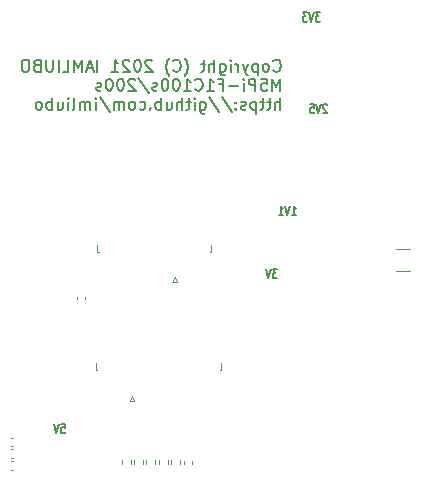
<source format=gbr>
%TF.GenerationSoftware,KiCad,Pcbnew,5.99.0-unknown-b10f156dd0~130~ubuntu20.04.1*%
%TF.CreationDate,2021-06-23T21:39:51+08:00*%
%TF.ProjectId,M5Pi,4d355069-2e6b-4696-9361-645f70636258,3.0*%
%TF.SameCoordinates,Original*%
%TF.FileFunction,Legend,Bot*%
%TF.FilePolarity,Positive*%
%FSLAX46Y46*%
G04 Gerber Fmt 4.6, Leading zero omitted, Abs format (unit mm)*
G04 Created by KiCad (PCBNEW 5.99.0-unknown-b10f156dd0~130~ubuntu20.04.1) date 2021-06-23 21:39:51*
%MOMM*%
%LPD*%
G01*
G04 APERTURE LIST*
%ADD10C,0.150000*%
%ADD11C,0.120000*%
G04 APERTURE END LIST*
D10*
X145921428Y-85911904D02*
X146264285Y-85911904D01*
X146092857Y-85911904D02*
X146092857Y-85111904D01*
X146150000Y-85226190D01*
X146207142Y-85302380D01*
X146264285Y-85340476D01*
X145750000Y-85111904D02*
X145550000Y-85911904D01*
X145350000Y-85111904D01*
X144835714Y-85911904D02*
X145178571Y-85911904D01*
X145007142Y-85911904D02*
X145007142Y-85111904D01*
X145064285Y-85226190D01*
X145121428Y-85302380D01*
X145178571Y-85340476D01*
X126414285Y-103561904D02*
X126700000Y-103561904D01*
X126728571Y-103942857D01*
X126700000Y-103904761D01*
X126642857Y-103866666D01*
X126500000Y-103866666D01*
X126442857Y-103904761D01*
X126414285Y-103942857D01*
X126385714Y-104019047D01*
X126385714Y-104209523D01*
X126414285Y-104285714D01*
X126442857Y-104323809D01*
X126500000Y-104361904D01*
X126642857Y-104361904D01*
X126700000Y-104323809D01*
X126728571Y-104285714D01*
X126214285Y-103561904D02*
X126014285Y-104361904D01*
X125814285Y-103561904D01*
X144707142Y-90461904D02*
X144335714Y-90461904D01*
X144535714Y-90766666D01*
X144450000Y-90766666D01*
X144392857Y-90804761D01*
X144364285Y-90842857D01*
X144335714Y-90919047D01*
X144335714Y-91109523D01*
X144364285Y-91185714D01*
X144392857Y-91223809D01*
X144450000Y-91261904D01*
X144621428Y-91261904D01*
X144678571Y-91223809D01*
X144707142Y-91185714D01*
X144164285Y-90461904D02*
X143964285Y-91261904D01*
X143764285Y-90461904D01*
X148342857Y-68711904D02*
X147971428Y-68711904D01*
X148171428Y-69016666D01*
X148085714Y-69016666D01*
X148028571Y-69054761D01*
X148000000Y-69092857D01*
X147971428Y-69169047D01*
X147971428Y-69359523D01*
X148000000Y-69435714D01*
X148028571Y-69473809D01*
X148085714Y-69511904D01*
X148257142Y-69511904D01*
X148314285Y-69473809D01*
X148342857Y-69435714D01*
X147800000Y-68711904D02*
X147600000Y-69511904D01*
X147400000Y-68711904D01*
X147257142Y-68711904D02*
X146885714Y-68711904D01*
X147085714Y-69016666D01*
X147000000Y-69016666D01*
X146942857Y-69054761D01*
X146914285Y-69092857D01*
X146885714Y-69169047D01*
X146885714Y-69359523D01*
X146914285Y-69435714D01*
X146942857Y-69473809D01*
X147000000Y-69511904D01*
X147171428Y-69511904D01*
X147228571Y-69473809D01*
X147257142Y-69435714D01*
X144392976Y-73647142D02*
X144440595Y-73694761D01*
X144583452Y-73742380D01*
X144678690Y-73742380D01*
X144821547Y-73694761D01*
X144916785Y-73599523D01*
X144964404Y-73504285D01*
X145012023Y-73313809D01*
X145012023Y-73170952D01*
X144964404Y-72980476D01*
X144916785Y-72885238D01*
X144821547Y-72790000D01*
X144678690Y-72742380D01*
X144583452Y-72742380D01*
X144440595Y-72790000D01*
X144392976Y-72837619D01*
X143821547Y-73742380D02*
X143916785Y-73694761D01*
X143964404Y-73647142D01*
X144012023Y-73551904D01*
X144012023Y-73266190D01*
X143964404Y-73170952D01*
X143916785Y-73123333D01*
X143821547Y-73075714D01*
X143678690Y-73075714D01*
X143583452Y-73123333D01*
X143535833Y-73170952D01*
X143488214Y-73266190D01*
X143488214Y-73551904D01*
X143535833Y-73647142D01*
X143583452Y-73694761D01*
X143678690Y-73742380D01*
X143821547Y-73742380D01*
X143059642Y-73075714D02*
X143059642Y-74075714D01*
X143059642Y-73123333D02*
X142964404Y-73075714D01*
X142773928Y-73075714D01*
X142678690Y-73123333D01*
X142631071Y-73170952D01*
X142583452Y-73266190D01*
X142583452Y-73551904D01*
X142631071Y-73647142D01*
X142678690Y-73694761D01*
X142773928Y-73742380D01*
X142964404Y-73742380D01*
X143059642Y-73694761D01*
X142250119Y-73075714D02*
X142012023Y-73742380D01*
X141773928Y-73075714D02*
X142012023Y-73742380D01*
X142107261Y-73980476D01*
X142154880Y-74028095D01*
X142250119Y-74075714D01*
X141392976Y-73742380D02*
X141392976Y-73075714D01*
X141392976Y-73266190D02*
X141345357Y-73170952D01*
X141297738Y-73123333D01*
X141202500Y-73075714D01*
X141107261Y-73075714D01*
X140773928Y-73742380D02*
X140773928Y-73075714D01*
X140773928Y-72742380D02*
X140821547Y-72790000D01*
X140773928Y-72837619D01*
X140726309Y-72790000D01*
X140773928Y-72742380D01*
X140773928Y-72837619D01*
X139869166Y-73075714D02*
X139869166Y-73885238D01*
X139916785Y-73980476D01*
X139964404Y-74028095D01*
X140059642Y-74075714D01*
X140202500Y-74075714D01*
X140297738Y-74028095D01*
X139869166Y-73694761D02*
X139964404Y-73742380D01*
X140154880Y-73742380D01*
X140250119Y-73694761D01*
X140297738Y-73647142D01*
X140345357Y-73551904D01*
X140345357Y-73266190D01*
X140297738Y-73170952D01*
X140250119Y-73123333D01*
X140154880Y-73075714D01*
X139964404Y-73075714D01*
X139869166Y-73123333D01*
X139392976Y-73742380D02*
X139392976Y-72742380D01*
X138964404Y-73742380D02*
X138964404Y-73218571D01*
X139012023Y-73123333D01*
X139107261Y-73075714D01*
X139250119Y-73075714D01*
X139345357Y-73123333D01*
X139392976Y-73170952D01*
X138631071Y-73075714D02*
X138250119Y-73075714D01*
X138488214Y-72742380D02*
X138488214Y-73599523D01*
X138440595Y-73694761D01*
X138345357Y-73742380D01*
X138250119Y-73742380D01*
X136869166Y-74123333D02*
X136916785Y-74075714D01*
X137012023Y-73932857D01*
X137059642Y-73837619D01*
X137107261Y-73694761D01*
X137154880Y-73456666D01*
X137154880Y-73266190D01*
X137107261Y-73028095D01*
X137059642Y-72885238D01*
X137012023Y-72790000D01*
X136916785Y-72647142D01*
X136869166Y-72599523D01*
X135916785Y-73647142D02*
X135964404Y-73694761D01*
X136107261Y-73742380D01*
X136202500Y-73742380D01*
X136345357Y-73694761D01*
X136440595Y-73599523D01*
X136488214Y-73504285D01*
X136535833Y-73313809D01*
X136535833Y-73170952D01*
X136488214Y-72980476D01*
X136440595Y-72885238D01*
X136345357Y-72790000D01*
X136202500Y-72742380D01*
X136107261Y-72742380D01*
X135964404Y-72790000D01*
X135916785Y-72837619D01*
X135583452Y-74123333D02*
X135535833Y-74075714D01*
X135440595Y-73932857D01*
X135392976Y-73837619D01*
X135345357Y-73694761D01*
X135297738Y-73456666D01*
X135297738Y-73266190D01*
X135345357Y-73028095D01*
X135392976Y-72885238D01*
X135440595Y-72790000D01*
X135535833Y-72647142D01*
X135583452Y-72599523D01*
X134107261Y-72837619D02*
X134059642Y-72790000D01*
X133964404Y-72742380D01*
X133726309Y-72742380D01*
X133631071Y-72790000D01*
X133583452Y-72837619D01*
X133535833Y-72932857D01*
X133535833Y-73028095D01*
X133583452Y-73170952D01*
X134154880Y-73742380D01*
X133535833Y-73742380D01*
X132916785Y-72742380D02*
X132821547Y-72742380D01*
X132726309Y-72790000D01*
X132678690Y-72837619D01*
X132631071Y-72932857D01*
X132583452Y-73123333D01*
X132583452Y-73361428D01*
X132631071Y-73551904D01*
X132678690Y-73647142D01*
X132726309Y-73694761D01*
X132821547Y-73742380D01*
X132916785Y-73742380D01*
X133012023Y-73694761D01*
X133059642Y-73647142D01*
X133107261Y-73551904D01*
X133154880Y-73361428D01*
X133154880Y-73123333D01*
X133107261Y-72932857D01*
X133059642Y-72837619D01*
X133012023Y-72790000D01*
X132916785Y-72742380D01*
X132202500Y-72837619D02*
X132154880Y-72790000D01*
X132059642Y-72742380D01*
X131821547Y-72742380D01*
X131726309Y-72790000D01*
X131678690Y-72837619D01*
X131631071Y-72932857D01*
X131631071Y-73028095D01*
X131678690Y-73170952D01*
X132250119Y-73742380D01*
X131631071Y-73742380D01*
X130678690Y-73742380D02*
X131250119Y-73742380D01*
X130964404Y-73742380D02*
X130964404Y-72742380D01*
X131059642Y-72885238D01*
X131154880Y-72980476D01*
X131250119Y-73028095D01*
X129488214Y-73742380D02*
X129488214Y-72742380D01*
X129059642Y-73456666D02*
X128583452Y-73456666D01*
X129154880Y-73742380D02*
X128821547Y-72742380D01*
X128488214Y-73742380D01*
X128154880Y-73742380D02*
X128154880Y-72742380D01*
X127821547Y-73456666D01*
X127488214Y-72742380D01*
X127488214Y-73742380D01*
X126535833Y-73742380D02*
X127012023Y-73742380D01*
X127012023Y-72742380D01*
X126202500Y-73742380D02*
X126202500Y-72742380D01*
X125726309Y-72742380D02*
X125726309Y-73551904D01*
X125678690Y-73647142D01*
X125631071Y-73694761D01*
X125535833Y-73742380D01*
X125345357Y-73742380D01*
X125250119Y-73694761D01*
X125202500Y-73647142D01*
X125154880Y-73551904D01*
X125154880Y-72742380D01*
X124345357Y-73218571D02*
X124202500Y-73266190D01*
X124154880Y-73313809D01*
X124107261Y-73409047D01*
X124107261Y-73551904D01*
X124154880Y-73647142D01*
X124202500Y-73694761D01*
X124297738Y-73742380D01*
X124678690Y-73742380D01*
X124678690Y-72742380D01*
X124345357Y-72742380D01*
X124250119Y-72790000D01*
X124202500Y-72837619D01*
X124154880Y-72932857D01*
X124154880Y-73028095D01*
X124202500Y-73123333D01*
X124250119Y-73170952D01*
X124345357Y-73218571D01*
X124678690Y-73218571D01*
X123488214Y-72742380D02*
X123297738Y-72742380D01*
X123202500Y-72790000D01*
X123107261Y-72885238D01*
X123059642Y-73075714D01*
X123059642Y-73409047D01*
X123107261Y-73599523D01*
X123202500Y-73694761D01*
X123297738Y-73742380D01*
X123488214Y-73742380D01*
X123583452Y-73694761D01*
X123678690Y-73599523D01*
X123726309Y-73409047D01*
X123726309Y-73075714D01*
X123678690Y-72885238D01*
X123583452Y-72790000D01*
X123488214Y-72742380D01*
X144964404Y-75352380D02*
X144964404Y-74352380D01*
X144631071Y-75066666D01*
X144297738Y-74352380D01*
X144297738Y-75352380D01*
X143345357Y-74352380D02*
X143821547Y-74352380D01*
X143869166Y-74828571D01*
X143821547Y-74780952D01*
X143726309Y-74733333D01*
X143488214Y-74733333D01*
X143392976Y-74780952D01*
X143345357Y-74828571D01*
X143297738Y-74923809D01*
X143297738Y-75161904D01*
X143345357Y-75257142D01*
X143392976Y-75304761D01*
X143488214Y-75352380D01*
X143726309Y-75352380D01*
X143821547Y-75304761D01*
X143869166Y-75257142D01*
X142869166Y-75352380D02*
X142869166Y-74352380D01*
X142488214Y-74352380D01*
X142392976Y-74400000D01*
X142345357Y-74447619D01*
X142297738Y-74542857D01*
X142297738Y-74685714D01*
X142345357Y-74780952D01*
X142392976Y-74828571D01*
X142488214Y-74876190D01*
X142869166Y-74876190D01*
X141869166Y-75352380D02*
X141869166Y-74685714D01*
X141869166Y-74352380D02*
X141916785Y-74400000D01*
X141869166Y-74447619D01*
X141821547Y-74400000D01*
X141869166Y-74352380D01*
X141869166Y-74447619D01*
X141392976Y-74971428D02*
X140631071Y-74971428D01*
X139821547Y-74828571D02*
X140154880Y-74828571D01*
X140154880Y-75352380D02*
X140154880Y-74352380D01*
X139678690Y-74352380D01*
X138773928Y-75352380D02*
X139345357Y-75352380D01*
X139059642Y-75352380D02*
X139059642Y-74352380D01*
X139154880Y-74495238D01*
X139250119Y-74590476D01*
X139345357Y-74638095D01*
X137773928Y-75257142D02*
X137821547Y-75304761D01*
X137964404Y-75352380D01*
X138059642Y-75352380D01*
X138202500Y-75304761D01*
X138297738Y-75209523D01*
X138345357Y-75114285D01*
X138392976Y-74923809D01*
X138392976Y-74780952D01*
X138345357Y-74590476D01*
X138297738Y-74495238D01*
X138202500Y-74400000D01*
X138059642Y-74352380D01*
X137964404Y-74352380D01*
X137821547Y-74400000D01*
X137773928Y-74447619D01*
X136821547Y-75352380D02*
X137392976Y-75352380D01*
X137107261Y-75352380D02*
X137107261Y-74352380D01*
X137202500Y-74495238D01*
X137297738Y-74590476D01*
X137392976Y-74638095D01*
X136202500Y-74352380D02*
X136107261Y-74352380D01*
X136012023Y-74400000D01*
X135964404Y-74447619D01*
X135916785Y-74542857D01*
X135869166Y-74733333D01*
X135869166Y-74971428D01*
X135916785Y-75161904D01*
X135964404Y-75257142D01*
X136012023Y-75304761D01*
X136107261Y-75352380D01*
X136202500Y-75352380D01*
X136297738Y-75304761D01*
X136345357Y-75257142D01*
X136392976Y-75161904D01*
X136440595Y-74971428D01*
X136440595Y-74733333D01*
X136392976Y-74542857D01*
X136345357Y-74447619D01*
X136297738Y-74400000D01*
X136202500Y-74352380D01*
X135250119Y-74352380D02*
X135154880Y-74352380D01*
X135059642Y-74400000D01*
X135012023Y-74447619D01*
X134964404Y-74542857D01*
X134916785Y-74733333D01*
X134916785Y-74971428D01*
X134964404Y-75161904D01*
X135012023Y-75257142D01*
X135059642Y-75304761D01*
X135154880Y-75352380D01*
X135250119Y-75352380D01*
X135345357Y-75304761D01*
X135392976Y-75257142D01*
X135440595Y-75161904D01*
X135488214Y-74971428D01*
X135488214Y-74733333D01*
X135440595Y-74542857D01*
X135392976Y-74447619D01*
X135345357Y-74400000D01*
X135250119Y-74352380D01*
X134535833Y-75304761D02*
X134440595Y-75352380D01*
X134250119Y-75352380D01*
X134154880Y-75304761D01*
X134107261Y-75209523D01*
X134107261Y-75161904D01*
X134154880Y-75066666D01*
X134250119Y-75019047D01*
X134392976Y-75019047D01*
X134488214Y-74971428D01*
X134535833Y-74876190D01*
X134535833Y-74828571D01*
X134488214Y-74733333D01*
X134392976Y-74685714D01*
X134250119Y-74685714D01*
X134154880Y-74733333D01*
X132964404Y-74304761D02*
X133821547Y-75590476D01*
X132678690Y-74447619D02*
X132631071Y-74400000D01*
X132535833Y-74352380D01*
X132297738Y-74352380D01*
X132202500Y-74400000D01*
X132154880Y-74447619D01*
X132107261Y-74542857D01*
X132107261Y-74638095D01*
X132154880Y-74780952D01*
X132726309Y-75352380D01*
X132107261Y-75352380D01*
X131488214Y-74352380D02*
X131392976Y-74352380D01*
X131297738Y-74400000D01*
X131250119Y-74447619D01*
X131202500Y-74542857D01*
X131154880Y-74733333D01*
X131154880Y-74971428D01*
X131202500Y-75161904D01*
X131250119Y-75257142D01*
X131297738Y-75304761D01*
X131392976Y-75352380D01*
X131488214Y-75352380D01*
X131583452Y-75304761D01*
X131631071Y-75257142D01*
X131678690Y-75161904D01*
X131726309Y-74971428D01*
X131726309Y-74733333D01*
X131678690Y-74542857D01*
X131631071Y-74447619D01*
X131583452Y-74400000D01*
X131488214Y-74352380D01*
X130535833Y-74352380D02*
X130440595Y-74352380D01*
X130345357Y-74400000D01*
X130297738Y-74447619D01*
X130250119Y-74542857D01*
X130202500Y-74733333D01*
X130202500Y-74971428D01*
X130250119Y-75161904D01*
X130297738Y-75257142D01*
X130345357Y-75304761D01*
X130440595Y-75352380D01*
X130535833Y-75352380D01*
X130631071Y-75304761D01*
X130678690Y-75257142D01*
X130726309Y-75161904D01*
X130773928Y-74971428D01*
X130773928Y-74733333D01*
X130726309Y-74542857D01*
X130678690Y-74447619D01*
X130631071Y-74400000D01*
X130535833Y-74352380D01*
X129821547Y-75304761D02*
X129726309Y-75352380D01*
X129535833Y-75352380D01*
X129440595Y-75304761D01*
X129392976Y-75209523D01*
X129392976Y-75161904D01*
X129440595Y-75066666D01*
X129535833Y-75019047D01*
X129678690Y-75019047D01*
X129773928Y-74971428D01*
X129821547Y-74876190D01*
X129821547Y-74828571D01*
X129773928Y-74733333D01*
X129678690Y-74685714D01*
X129535833Y-74685714D01*
X129440595Y-74733333D01*
X144964404Y-76962380D02*
X144964404Y-75962380D01*
X144535833Y-76962380D02*
X144535833Y-76438571D01*
X144583452Y-76343333D01*
X144678690Y-76295714D01*
X144821547Y-76295714D01*
X144916785Y-76343333D01*
X144964404Y-76390952D01*
X144202500Y-76295714D02*
X143821547Y-76295714D01*
X144059642Y-75962380D02*
X144059642Y-76819523D01*
X144012023Y-76914761D01*
X143916785Y-76962380D01*
X143821547Y-76962380D01*
X143631071Y-76295714D02*
X143250119Y-76295714D01*
X143488214Y-75962380D02*
X143488214Y-76819523D01*
X143440595Y-76914761D01*
X143345357Y-76962380D01*
X143250119Y-76962380D01*
X142916785Y-76295714D02*
X142916785Y-77295714D01*
X142916785Y-76343333D02*
X142821547Y-76295714D01*
X142631071Y-76295714D01*
X142535833Y-76343333D01*
X142488214Y-76390952D01*
X142440595Y-76486190D01*
X142440595Y-76771904D01*
X142488214Y-76867142D01*
X142535833Y-76914761D01*
X142631071Y-76962380D01*
X142821547Y-76962380D01*
X142916785Y-76914761D01*
X142059642Y-76914761D02*
X141964404Y-76962380D01*
X141773928Y-76962380D01*
X141678690Y-76914761D01*
X141631071Y-76819523D01*
X141631071Y-76771904D01*
X141678690Y-76676666D01*
X141773928Y-76629047D01*
X141916785Y-76629047D01*
X142012023Y-76581428D01*
X142059642Y-76486190D01*
X142059642Y-76438571D01*
X142012023Y-76343333D01*
X141916785Y-76295714D01*
X141773928Y-76295714D01*
X141678690Y-76343333D01*
X141202500Y-76867142D02*
X141154880Y-76914761D01*
X141202500Y-76962380D01*
X141250119Y-76914761D01*
X141202500Y-76867142D01*
X141202500Y-76962380D01*
X141202500Y-76343333D02*
X141154880Y-76390952D01*
X141202500Y-76438571D01*
X141250119Y-76390952D01*
X141202500Y-76343333D01*
X141202500Y-76438571D01*
X140012023Y-75914761D02*
X140869166Y-77200476D01*
X138964404Y-75914761D02*
X139821547Y-77200476D01*
X138202500Y-76295714D02*
X138202500Y-77105238D01*
X138250119Y-77200476D01*
X138297738Y-77248095D01*
X138392976Y-77295714D01*
X138535833Y-77295714D01*
X138631071Y-77248095D01*
X138202500Y-76914761D02*
X138297738Y-76962380D01*
X138488214Y-76962380D01*
X138583452Y-76914761D01*
X138631071Y-76867142D01*
X138678690Y-76771904D01*
X138678690Y-76486190D01*
X138631071Y-76390952D01*
X138583452Y-76343333D01*
X138488214Y-76295714D01*
X138297738Y-76295714D01*
X138202500Y-76343333D01*
X137726309Y-76962380D02*
X137726309Y-76295714D01*
X137726309Y-75962380D02*
X137773928Y-76010000D01*
X137726309Y-76057619D01*
X137678690Y-76010000D01*
X137726309Y-75962380D01*
X137726309Y-76057619D01*
X137392976Y-76295714D02*
X137012023Y-76295714D01*
X137250119Y-75962380D02*
X137250119Y-76819523D01*
X137202500Y-76914761D01*
X137107261Y-76962380D01*
X137012023Y-76962380D01*
X136678690Y-76962380D02*
X136678690Y-75962380D01*
X136250119Y-76962380D02*
X136250119Y-76438571D01*
X136297738Y-76343333D01*
X136392976Y-76295714D01*
X136535833Y-76295714D01*
X136631071Y-76343333D01*
X136678690Y-76390952D01*
X135345357Y-76295714D02*
X135345357Y-76962380D01*
X135773928Y-76295714D02*
X135773928Y-76819523D01*
X135726309Y-76914761D01*
X135631071Y-76962380D01*
X135488214Y-76962380D01*
X135392976Y-76914761D01*
X135345357Y-76867142D01*
X134869166Y-76962380D02*
X134869166Y-75962380D01*
X134869166Y-76343333D02*
X134773928Y-76295714D01*
X134583452Y-76295714D01*
X134488214Y-76343333D01*
X134440595Y-76390952D01*
X134392976Y-76486190D01*
X134392976Y-76771904D01*
X134440595Y-76867142D01*
X134488214Y-76914761D01*
X134583452Y-76962380D01*
X134773928Y-76962380D01*
X134869166Y-76914761D01*
X133964404Y-76867142D02*
X133916785Y-76914761D01*
X133964404Y-76962380D01*
X134012023Y-76914761D01*
X133964404Y-76867142D01*
X133964404Y-76962380D01*
X133059642Y-76914761D02*
X133154880Y-76962380D01*
X133345357Y-76962380D01*
X133440595Y-76914761D01*
X133488214Y-76867142D01*
X133535833Y-76771904D01*
X133535833Y-76486190D01*
X133488214Y-76390952D01*
X133440595Y-76343333D01*
X133345357Y-76295714D01*
X133154880Y-76295714D01*
X133059642Y-76343333D01*
X132488214Y-76962380D02*
X132583452Y-76914761D01*
X132631071Y-76867142D01*
X132678690Y-76771904D01*
X132678690Y-76486190D01*
X132631071Y-76390952D01*
X132583452Y-76343333D01*
X132488214Y-76295714D01*
X132345357Y-76295714D01*
X132250119Y-76343333D01*
X132202500Y-76390952D01*
X132154880Y-76486190D01*
X132154880Y-76771904D01*
X132202500Y-76867142D01*
X132250119Y-76914761D01*
X132345357Y-76962380D01*
X132488214Y-76962380D01*
X131726309Y-76962380D02*
X131726309Y-76295714D01*
X131726309Y-76390952D02*
X131678690Y-76343333D01*
X131583452Y-76295714D01*
X131440595Y-76295714D01*
X131345357Y-76343333D01*
X131297738Y-76438571D01*
X131297738Y-76962380D01*
X131297738Y-76438571D02*
X131250119Y-76343333D01*
X131154880Y-76295714D01*
X131012023Y-76295714D01*
X130916785Y-76343333D01*
X130869166Y-76438571D01*
X130869166Y-76962380D01*
X129678690Y-75914761D02*
X130535833Y-77200476D01*
X129345357Y-76962380D02*
X129345357Y-76295714D01*
X129345357Y-75962380D02*
X129392976Y-76010000D01*
X129345357Y-76057619D01*
X129297738Y-76010000D01*
X129345357Y-75962380D01*
X129345357Y-76057619D01*
X128869166Y-76962380D02*
X128869166Y-76295714D01*
X128869166Y-76390952D02*
X128821547Y-76343333D01*
X128726309Y-76295714D01*
X128583452Y-76295714D01*
X128488214Y-76343333D01*
X128440595Y-76438571D01*
X128440595Y-76962380D01*
X128440595Y-76438571D02*
X128392976Y-76343333D01*
X128297738Y-76295714D01*
X128154880Y-76295714D01*
X128059642Y-76343333D01*
X128012023Y-76438571D01*
X128012023Y-76962380D01*
X127392976Y-76962380D02*
X127488214Y-76914761D01*
X127535833Y-76819523D01*
X127535833Y-75962380D01*
X127012023Y-76962380D02*
X127012023Y-76295714D01*
X127012023Y-75962380D02*
X127059642Y-76010000D01*
X127012023Y-76057619D01*
X126964404Y-76010000D01*
X127012023Y-75962380D01*
X127012023Y-76057619D01*
X126107261Y-76295714D02*
X126107261Y-76962380D01*
X126535833Y-76295714D02*
X126535833Y-76819523D01*
X126488214Y-76914761D01*
X126392976Y-76962380D01*
X126250119Y-76962380D01*
X126154880Y-76914761D01*
X126107261Y-76867142D01*
X125631071Y-76962380D02*
X125631071Y-75962380D01*
X125631071Y-76343333D02*
X125535833Y-76295714D01*
X125345357Y-76295714D01*
X125250119Y-76343333D01*
X125202500Y-76390952D01*
X125154880Y-76486190D01*
X125154880Y-76771904D01*
X125202500Y-76867142D01*
X125250119Y-76914761D01*
X125345357Y-76962380D01*
X125535833Y-76962380D01*
X125631071Y-76914761D01*
X124583452Y-76962380D02*
X124678690Y-76914761D01*
X124726309Y-76867142D01*
X124773928Y-76771904D01*
X124773928Y-76486190D01*
X124726309Y-76390952D01*
X124678690Y-76343333D01*
X124583452Y-76295714D01*
X124440595Y-76295714D01*
X124345357Y-76343333D01*
X124297738Y-76390952D01*
X124250119Y-76486190D01*
X124250119Y-76771904D01*
X124297738Y-76867142D01*
X124345357Y-76914761D01*
X124440595Y-76962380D01*
X124583452Y-76962380D01*
X148914285Y-76538095D02*
X148885714Y-76500000D01*
X148828571Y-76461904D01*
X148685714Y-76461904D01*
X148628571Y-76500000D01*
X148600000Y-76538095D01*
X148571428Y-76614285D01*
X148571428Y-76690476D01*
X148600000Y-76804761D01*
X148942857Y-77261904D01*
X148571428Y-77261904D01*
X148400000Y-76461904D02*
X148200000Y-77261904D01*
X148000000Y-76461904D01*
X147514285Y-76461904D02*
X147800000Y-76461904D01*
X147828571Y-76842857D01*
X147800000Y-76804761D01*
X147742857Y-76766666D01*
X147600000Y-76766666D01*
X147542857Y-76804761D01*
X147514285Y-76842857D01*
X147485714Y-76919047D01*
X147485714Y-77109523D01*
X147514285Y-77185714D01*
X147542857Y-77223809D01*
X147600000Y-77261904D01*
X147742857Y-77261904D01*
X147800000Y-77223809D01*
X147828571Y-77185714D01*
D11*
%TO.C,R41*%
X134673353Y-106656443D02*
X134673353Y-106991685D01*
X135433353Y-106656443D02*
X135433353Y-106991685D01*
%TO.C,C54*%
X122147518Y-104741564D02*
X122379188Y-104741564D01*
X122147518Y-105461564D02*
X122379188Y-105461564D01*
%TO.C,R20*%
X136473353Y-106991685D02*
X136473353Y-106656443D01*
X135713353Y-106991685D02*
X135713353Y-106656443D01*
%TO.C,J5*%
X135843353Y-91551564D02*
X136043353Y-91151564D01*
X136243353Y-91551564D02*
X135843353Y-91551564D01*
X139008353Y-89011564D02*
X139118353Y-89011564D01*
X129468353Y-89011564D02*
X129468353Y-88411564D01*
X129578353Y-89011564D02*
X129468353Y-89011564D01*
X139118353Y-89011564D02*
X139118353Y-88411564D01*
X136043353Y-91151564D02*
X136243353Y-91551564D01*
%TO.C,R39*%
X133633353Y-106636443D02*
X133633353Y-106971685D01*
X134393353Y-106636443D02*
X134393353Y-106971685D01*
%TO.C,J4*%
X132413353Y-101239064D02*
X132613353Y-101639064D01*
X139988353Y-99049064D02*
X139988353Y-98449064D01*
X129448353Y-99049064D02*
X129338353Y-99049064D01*
X129338353Y-99049064D02*
X129338353Y-98449064D01*
X132613353Y-101639064D02*
X132213353Y-101639064D01*
X132213353Y-101639064D02*
X132413353Y-101239064D01*
X139878353Y-99049064D02*
X139988353Y-99049064D01*
%TO.C,C29*%
X136783353Y-106939899D02*
X136783353Y-106708229D01*
X137503353Y-106939899D02*
X137503353Y-106708229D01*
%TO.C,C55*%
X122147518Y-107461564D02*
X122379188Y-107461564D01*
X122147518Y-106741564D02*
X122379188Y-106741564D01*
%TO.C,R33*%
X131563353Y-106636443D02*
X131563353Y-106971685D01*
X132323353Y-106636443D02*
X132323353Y-106971685D01*
%TO.C,C30*%
X128453353Y-92810729D02*
X128453353Y-93042399D01*
X127733353Y-92810729D02*
X127733353Y-93042399D01*
%TO.C,F1*%
X155965417Y-88791564D02*
X154761289Y-88791564D01*
X155965417Y-90611564D02*
X154761289Y-90611564D01*
%TO.C,C52*%
X122147518Y-106461564D02*
X122379188Y-106461564D01*
X122147518Y-105741564D02*
X122379188Y-105741564D01*
%TO.C,R40*%
X132583353Y-106636443D02*
X132583353Y-106971685D01*
X133343353Y-106636443D02*
X133343353Y-106971685D01*
%TD*%
M02*

</source>
